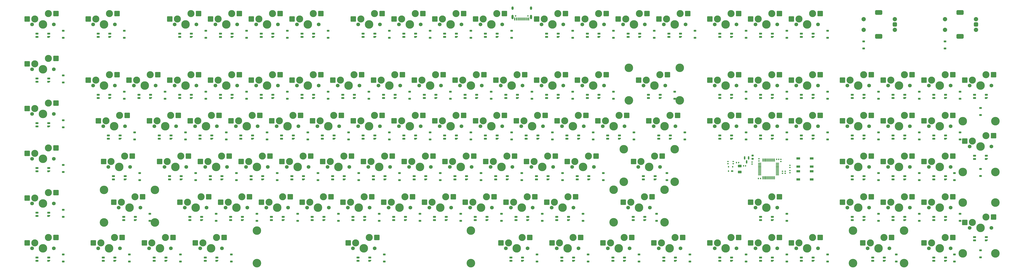
<source format=gbr>
%TF.GenerationSoftware,KiCad,Pcbnew,8.0.2*%
%TF.CreationDate,2024-05-15T22:30:45+02:00*%
%TF.ProjectId,micha_board,6d696368-615f-4626-9f61-72642e6b6963,rev?*%
%TF.SameCoordinates,Original*%
%TF.FileFunction,Soldermask,Bot*%
%TF.FilePolarity,Negative*%
%FSLAX46Y46*%
G04 Gerber Fmt 4.6, Leading zero omitted, Abs format (unit mm)*
G04 Created by KiCad (PCBNEW 8.0.2) date 2024-05-15 22:30:45*
%MOMM*%
%LPD*%
G01*
G04 APERTURE LIST*
G04 Aperture macros list*
%AMRoundRect*
0 Rectangle with rounded corners*
0 $1 Rounding radius*
0 $2 $3 $4 $5 $6 $7 $8 $9 X,Y pos of 4 corners*
0 Add a 4 corners polygon primitive as box body*
4,1,4,$2,$3,$4,$5,$6,$7,$8,$9,$2,$3,0*
0 Add four circle primitives for the rounded corners*
1,1,$1+$1,$2,$3*
1,1,$1+$1,$4,$5*
1,1,$1+$1,$6,$7*
1,1,$1+$1,$8,$9*
0 Add four rect primitives between the rounded corners*
20,1,$1+$1,$2,$3,$4,$5,0*
20,1,$1+$1,$4,$5,$6,$7,0*
20,1,$1+$1,$6,$7,$8,$9,0*
20,1,$1+$1,$8,$9,$2,$3,0*%
%AMFreePoly0*
4,1,18,-0.410000,0.593000,-0.403758,0.624380,-0.385983,0.650983,-0.359380,0.668758,-0.328000,0.675000,0.328000,0.675000,0.359380,0.668758,0.385983,0.650983,0.403758,0.624380,0.410000,0.593000,0.410000,-0.593000,0.403758,-0.624380,0.385983,-0.650983,0.359380,-0.668758,0.328000,-0.675000,0.000000,-0.675000,-0.410000,-0.265000,-0.410000,0.593000,-0.410000,0.593000,$1*%
G04 Aperture macros list end*
%ADD10C,0.650000*%
%ADD11R,0.600000X1.450000*%
%ADD12R,0.300000X1.450000*%
%ADD13O,1.000000X2.100000*%
%ADD14O,1.000000X1.600000*%
%ADD15C,2.000000*%
%ADD16RoundRect,0.500000X0.500000X0.500000X-0.500000X0.500000X-0.500000X-0.500000X0.500000X-0.500000X0*%
%ADD17RoundRect,0.550000X1.150000X0.550000X-1.150000X0.550000X-1.150000X-0.550000X1.150000X-0.550000X0*%
%ADD18RoundRect,0.225000X0.375000X-0.225000X0.375000X0.225000X-0.375000X0.225000X-0.375000X-0.225000X0*%
%ADD19C,4.000000*%
%ADD20C,3.987800*%
%ADD21C,1.750000*%
%ADD22C,3.300000*%
%ADD23RoundRect,0.250000X1.025000X1.000000X-1.025000X1.000000X-1.025000X-1.000000X1.025000X-1.000000X0*%
%ADD24RoundRect,0.082000X0.593000X-0.328000X0.593000X0.328000X-0.593000X0.328000X-0.593000X-0.328000X0*%
%ADD25FreePoly0,90.000000*%
%ADD26RoundRect,0.140000X0.140000X0.170000X-0.140000X0.170000X-0.140000X-0.170000X0.140000X-0.170000X0*%
%ADD27RoundRect,0.075000X0.662500X0.075000X-0.662500X0.075000X-0.662500X-0.075000X0.662500X-0.075000X0*%
%ADD28RoundRect,0.075000X0.075000X0.662500X-0.075000X0.662500X-0.075000X-0.662500X0.075000X-0.662500X0*%
%ADD29RoundRect,0.140000X0.170000X-0.140000X0.170000X0.140000X-0.170000X0.140000X-0.170000X-0.140000X0*%
%ADD30R,1.700000X1.000000*%
%ADD31R,1.000000X0.700000*%
%ADD32R,0.600000X0.700000*%
%ADD33RoundRect,0.140000X-0.140000X-0.170000X0.140000X-0.170000X0.140000X0.170000X-0.140000X0.170000X0*%
%ADD34RoundRect,0.150000X-0.150000X0.587500X-0.150000X-0.587500X0.150000X-0.587500X0.150000X0.587500X0*%
%ADD35RoundRect,0.135000X-0.185000X0.135000X-0.185000X-0.135000X0.185000X-0.135000X0.185000X0.135000X0*%
%ADD36RoundRect,0.140000X-0.170000X0.140000X-0.170000X-0.140000X0.170000X-0.140000X0.170000X0.140000X0*%
%ADD37RoundRect,0.250000X0.625000X-0.375000X0.625000X0.375000X-0.625000X0.375000X-0.625000X-0.375000X0*%
%ADD38RoundRect,0.135000X0.185000X-0.135000X0.185000X0.135000X-0.185000X0.135000X-0.185000X-0.135000X0*%
%ADD39RoundRect,0.225000X0.250000X-0.225000X0.250000X0.225000X-0.250000X0.225000X-0.250000X-0.225000X0*%
G04 APERTURE END LIST*
D10*
%TO.C,J1*%
X259010000Y-34100000D03*
X264790000Y-34100000D03*
D11*
X258650000Y-35545000D03*
X259450000Y-35545000D03*
D12*
X260650000Y-35545000D03*
X261650000Y-35545000D03*
X262150000Y-35545000D03*
X263150000Y-35545000D03*
D11*
X264350000Y-35545000D03*
X265150000Y-35545000D03*
X265150000Y-35545000D03*
X264350000Y-35545000D03*
D12*
X263650000Y-35545000D03*
X262650000Y-35545000D03*
X261150000Y-35545000D03*
X260150000Y-35545000D03*
D11*
X259450000Y-35545000D03*
X258650000Y-35545000D03*
D13*
X257580000Y-34630000D03*
D14*
X257580000Y-30450000D03*
D13*
X266220000Y-34630000D03*
D14*
X266220000Y-30450000D03*
%TD*%
D15*
%TO.C,SW2*%
X474200000Y-40600000D03*
X474200000Y-35600000D03*
D16*
X474200000Y-38100000D03*
D17*
X466700000Y-43700000D03*
X466700000Y-32500000D03*
D15*
X459700000Y-35600000D03*
X459700000Y-40600000D03*
%TD*%
%TO.C,SW1*%
X436200000Y-40600000D03*
X436200000Y-35600000D03*
D16*
X436200000Y-38100000D03*
D17*
X428700000Y-43700000D03*
X428700000Y-32500000D03*
D15*
X421700000Y-35600000D03*
X421700000Y-40600000D03*
%TD*%
D18*
%TO.C,D112*%
X459700000Y-49350000D03*
X459700000Y-46050000D03*
%TD*%
%TO.C,D111*%
X421700000Y-49350000D03*
X421700000Y-46050000D03*
%TD*%
D19*
%TO.C,S8*%
X335756250Y-73660000D03*
D20*
X335756250Y-58420000D03*
D19*
X311943750Y-73660000D03*
D20*
X311943750Y-58420000D03*
%TD*%
D19*
%TO.C,S4*%
X328612500Y-130730625D03*
D20*
X328612500Y-115490625D03*
D19*
X304800000Y-130730625D03*
D20*
X304800000Y-115490625D03*
%TD*%
D19*
%TO.C,S7*%
X483235000Y-83343750D03*
D20*
X467995000Y-83343750D03*
D19*
X483235000Y-107156250D03*
D20*
X467995000Y-107156250D03*
%TD*%
D19*
%TO.C,S6*%
X483235000Y-121443750D03*
D20*
X467995000Y-121443750D03*
D19*
X483235000Y-145256250D03*
D20*
X467995000Y-145256250D03*
%TD*%
D19*
%TO.C,S5*%
X440531250Y-149860000D03*
D20*
X440531250Y-134620000D03*
D19*
X416718750Y-149860000D03*
D20*
X416718750Y-134620000D03*
%TD*%
D19*
%TO.C,S3*%
X333375000Y-111760000D03*
D20*
X333375000Y-96520000D03*
D19*
X309562500Y-111760000D03*
D20*
X309562500Y-96520000D03*
%TD*%
D19*
%TO.C,S2*%
X90487500Y-130810000D03*
D20*
X90487500Y-115570000D03*
D19*
X66675000Y-130810000D03*
D20*
X66675000Y-115570000D03*
%TD*%
D19*
%TO.C,S1*%
X238125000Y-149860000D03*
D20*
X238125000Y-134620000D03*
D19*
X138112500Y-149860000D03*
D20*
X138112500Y-134620000D03*
%TD*%
D21*
%TO.C,MX110*%
X462280000Y-142875000D03*
D20*
X457200000Y-142875000D03*
D21*
X452120000Y-142875000D03*
D22*
X453390000Y-140335000D03*
D23*
X449840000Y-140335000D03*
X463290000Y-137795000D03*
D22*
X459740000Y-137795000D03*
%TD*%
D21*
%TO.C,MX109*%
X433705000Y-142875000D03*
D20*
X428625000Y-142875000D03*
D21*
X423545000Y-142875000D03*
D22*
X424815000Y-140335000D03*
D23*
X421265000Y-140335000D03*
X434715000Y-137795000D03*
D22*
X431165000Y-137795000D03*
%TD*%
D21*
%TO.C,MX108*%
X400367500Y-142875000D03*
D20*
X395287500Y-142875000D03*
D21*
X390207500Y-142875000D03*
D22*
X391477500Y-140335000D03*
D23*
X387927500Y-140335000D03*
X401377500Y-137795000D03*
D22*
X397827500Y-137795000D03*
%TD*%
D21*
%TO.C,MX107*%
X381317500Y-142875000D03*
D20*
X376237500Y-142875000D03*
D21*
X371157500Y-142875000D03*
D22*
X372427500Y-140335000D03*
D23*
X368877500Y-140335000D03*
X382327500Y-137795000D03*
D22*
X378777500Y-137795000D03*
%TD*%
D21*
%TO.C,MX106*%
X362267500Y-142875000D03*
D20*
X357187500Y-142875000D03*
D21*
X352107500Y-142875000D03*
D22*
X353377500Y-140335000D03*
D23*
X349827500Y-140335000D03*
X363277500Y-137795000D03*
D22*
X359727500Y-137795000D03*
%TD*%
D21*
%TO.C,MX105*%
X336073750Y-142875000D03*
D20*
X330993750Y-142875000D03*
D21*
X325913750Y-142875000D03*
D22*
X327183750Y-140335000D03*
D23*
X323633750Y-140335000D03*
X337083750Y-137795000D03*
D22*
X333533750Y-137795000D03*
%TD*%
D21*
%TO.C,MX104*%
X312261250Y-142875000D03*
D20*
X307181250Y-142875000D03*
D21*
X302101250Y-142875000D03*
D22*
X303371250Y-140335000D03*
D23*
X299821250Y-140335000D03*
X313271250Y-137795000D03*
D22*
X309721250Y-137795000D03*
%TD*%
D21*
%TO.C,MX103*%
X288448750Y-142875000D03*
D20*
X283368750Y-142875000D03*
D21*
X278288750Y-142875000D03*
D22*
X279558750Y-140335000D03*
D23*
X276008750Y-140335000D03*
X289458750Y-137795000D03*
D22*
X285908750Y-137795000D03*
%TD*%
D21*
%TO.C,MX102*%
X264636250Y-142875000D03*
D20*
X259556250Y-142875000D03*
D21*
X254476250Y-142875000D03*
D22*
X255746250Y-140335000D03*
D23*
X252196250Y-140335000D03*
X265646250Y-137795000D03*
D22*
X262096250Y-137795000D03*
%TD*%
D21*
%TO.C,MX101*%
X193198750Y-142875000D03*
D20*
X188118750Y-142875000D03*
D21*
X183038750Y-142875000D03*
D22*
X184308750Y-140335000D03*
D23*
X180758750Y-140335000D03*
X194208750Y-137795000D03*
D22*
X190658750Y-137795000D03*
%TD*%
D21*
%TO.C,MX100*%
X121761250Y-142875000D03*
D20*
X116681250Y-142875000D03*
D21*
X111601250Y-142875000D03*
D22*
X112871250Y-140335000D03*
D23*
X109321250Y-140335000D03*
X122771250Y-137795000D03*
D22*
X119221250Y-137795000D03*
%TD*%
D21*
%TO.C,MX99*%
X97948750Y-142875000D03*
D20*
X92868750Y-142875000D03*
D21*
X87788750Y-142875000D03*
D22*
X89058750Y-140335000D03*
D23*
X85508750Y-140335000D03*
X98958750Y-137795000D03*
D22*
X95408750Y-137795000D03*
%TD*%
D21*
%TO.C,MX98*%
X74136250Y-142875000D03*
D20*
X69056250Y-142875000D03*
D21*
X63976250Y-142875000D03*
D22*
X65246250Y-140335000D03*
D23*
X61696250Y-140335000D03*
X75146250Y-137795000D03*
D22*
X71596250Y-137795000D03*
%TD*%
D21*
%TO.C,MX97*%
X43180000Y-142875000D03*
D20*
X38100000Y-142875000D03*
D21*
X33020000Y-142875000D03*
D22*
X34290000Y-140335000D03*
D23*
X30740000Y-140335000D03*
X44190000Y-137795000D03*
D22*
X40640000Y-137795000D03*
%TD*%
D21*
%TO.C,MX96*%
X481330000Y-133350000D03*
D20*
X476250000Y-133350000D03*
D21*
X471170000Y-133350000D03*
D22*
X472440000Y-130810000D03*
D23*
X468890000Y-130810000D03*
X482340000Y-128270000D03*
D22*
X478790000Y-128270000D03*
%TD*%
D21*
%TO.C,MX95*%
X462280000Y-123825000D03*
D20*
X457200000Y-123825000D03*
D21*
X452120000Y-123825000D03*
D22*
X453390000Y-121285000D03*
D23*
X449840000Y-121285000D03*
X463290000Y-118745000D03*
D22*
X459740000Y-118745000D03*
%TD*%
D21*
%TO.C,MX94*%
X443230000Y-123825000D03*
D20*
X438150000Y-123825000D03*
D21*
X433070000Y-123825000D03*
D22*
X434340000Y-121285000D03*
D23*
X430790000Y-121285000D03*
X444240000Y-118745000D03*
D22*
X440690000Y-118745000D03*
%TD*%
D21*
%TO.C,MX93*%
X424180000Y-123825000D03*
D20*
X419100000Y-123825000D03*
D21*
X414020000Y-123825000D03*
D22*
X415290000Y-121285000D03*
D23*
X411740000Y-121285000D03*
X425190000Y-118745000D03*
D22*
X421640000Y-118745000D03*
%TD*%
D21*
%TO.C,MX92*%
X381317500Y-123825000D03*
D20*
X376237500Y-123825000D03*
D21*
X371157500Y-123825000D03*
D22*
X372427500Y-121285000D03*
D23*
X368877500Y-121285000D03*
X382327500Y-118745000D03*
D22*
X378777500Y-118745000D03*
%TD*%
D21*
%TO.C,MX91*%
X321786250Y-123825000D03*
D20*
X316706250Y-123825000D03*
D21*
X311626250Y-123825000D03*
D22*
X312896250Y-121285000D03*
D23*
X309346250Y-121285000D03*
X322796250Y-118745000D03*
D22*
X319246250Y-118745000D03*
%TD*%
D21*
%TO.C,MX90*%
X286067500Y-123825000D03*
D20*
X280987500Y-123825000D03*
D21*
X275907500Y-123825000D03*
D22*
X277177500Y-121285000D03*
D23*
X273627500Y-121285000D03*
X287077500Y-118745000D03*
D22*
X283527500Y-118745000D03*
%TD*%
D21*
%TO.C,MX89*%
X267017500Y-123825000D03*
D20*
X261937500Y-123825000D03*
D21*
X256857500Y-123825000D03*
D22*
X258127500Y-121285000D03*
D23*
X254577500Y-121285000D03*
X268027500Y-118745000D03*
D22*
X264477500Y-118745000D03*
%TD*%
D21*
%TO.C,MX88*%
X247967500Y-123825000D03*
D20*
X242887500Y-123825000D03*
D21*
X237807500Y-123825000D03*
D22*
X239077500Y-121285000D03*
D23*
X235527500Y-121285000D03*
X248977500Y-118745000D03*
D22*
X245427500Y-118745000D03*
%TD*%
D21*
%TO.C,MX87*%
X228917500Y-123825000D03*
D20*
X223837500Y-123825000D03*
D21*
X218757500Y-123825000D03*
D22*
X220027500Y-121285000D03*
D23*
X216477500Y-121285000D03*
X229927500Y-118745000D03*
D22*
X226377500Y-118745000D03*
%TD*%
D21*
%TO.C,MX86*%
X209867500Y-123825000D03*
D20*
X204787500Y-123825000D03*
D21*
X199707500Y-123825000D03*
D22*
X200977500Y-121285000D03*
D23*
X197427500Y-121285000D03*
X210877500Y-118745000D03*
D22*
X207327500Y-118745000D03*
%TD*%
D21*
%TO.C,MX85*%
X190817500Y-123825000D03*
D20*
X185737500Y-123825000D03*
D21*
X180657500Y-123825000D03*
D22*
X181927500Y-121285000D03*
D23*
X178377500Y-121285000D03*
X191827500Y-118745000D03*
D22*
X188277500Y-118745000D03*
%TD*%
D21*
%TO.C,MX84*%
X171767500Y-123825000D03*
D20*
X166687500Y-123825000D03*
D21*
X161607500Y-123825000D03*
D22*
X162877500Y-121285000D03*
D23*
X159327500Y-121285000D03*
X172777500Y-118745000D03*
D22*
X169227500Y-118745000D03*
%TD*%
D21*
%TO.C,MX83*%
X152717500Y-123825000D03*
D20*
X147637500Y-123825000D03*
D21*
X142557500Y-123825000D03*
D22*
X143827500Y-121285000D03*
D23*
X140277500Y-121285000D03*
X153727500Y-118745000D03*
D22*
X150177500Y-118745000D03*
%TD*%
D21*
%TO.C,MX82*%
X133667500Y-123825000D03*
D20*
X128587500Y-123825000D03*
D21*
X123507500Y-123825000D03*
D22*
X124777500Y-121285000D03*
D23*
X121227500Y-121285000D03*
X134677500Y-118745000D03*
D22*
X131127500Y-118745000D03*
%TD*%
D21*
%TO.C,MX81*%
X114617500Y-123825000D03*
D20*
X109537500Y-123825000D03*
D21*
X104457500Y-123825000D03*
D22*
X105727500Y-121285000D03*
D23*
X102177500Y-121285000D03*
X115627500Y-118745000D03*
D22*
X112077500Y-118745000D03*
%TD*%
D21*
%TO.C,MX80*%
X83661250Y-123825000D03*
D20*
X78581250Y-123825000D03*
D21*
X73501250Y-123825000D03*
D22*
X74771250Y-121285000D03*
D23*
X71221250Y-121285000D03*
X84671250Y-118745000D03*
D22*
X81121250Y-118745000D03*
%TD*%
D21*
%TO.C,MX79*%
X43180000Y-121920000D03*
D20*
X38100000Y-121920000D03*
D21*
X33020000Y-121920000D03*
D22*
X34290000Y-119380000D03*
D23*
X30740000Y-119380000D03*
X44190000Y-116840000D03*
D22*
X40640000Y-116840000D03*
%TD*%
D21*
%TO.C,MX78*%
X462280000Y-104775000D03*
D20*
X457200000Y-104775000D03*
D21*
X452120000Y-104775000D03*
D22*
X453390000Y-102235000D03*
D23*
X449840000Y-102235000D03*
X463290000Y-99695000D03*
D22*
X459740000Y-99695000D03*
%TD*%
D21*
%TO.C,MX77*%
X443230000Y-104775000D03*
D20*
X438150000Y-104775000D03*
D21*
X433070000Y-104775000D03*
D22*
X434340000Y-102235000D03*
D23*
X430790000Y-102235000D03*
X444240000Y-99695000D03*
D22*
X440690000Y-99695000D03*
%TD*%
D21*
%TO.C,MX76*%
X424180000Y-104775000D03*
D20*
X419100000Y-104775000D03*
D21*
X414020000Y-104775000D03*
D22*
X415290000Y-102235000D03*
D23*
X411740000Y-102235000D03*
X425190000Y-99695000D03*
D22*
X421640000Y-99695000D03*
%TD*%
D21*
%TO.C,MX75*%
X326548750Y-104775000D03*
D20*
X321468750Y-104775000D03*
D21*
X316388750Y-104775000D03*
D22*
X317658750Y-102235000D03*
D23*
X314108750Y-102235000D03*
X327558750Y-99695000D03*
D22*
X324008750Y-99695000D03*
%TD*%
D21*
%TO.C,MX74*%
X295592500Y-104775000D03*
D20*
X290512500Y-104775000D03*
D21*
X285432500Y-104775000D03*
D22*
X286702500Y-102235000D03*
D23*
X283152500Y-102235000D03*
X296602500Y-99695000D03*
D22*
X293052500Y-99695000D03*
%TD*%
D21*
%TO.C,MX73*%
X276542500Y-104775000D03*
D20*
X271462500Y-104775000D03*
D21*
X266382500Y-104775000D03*
D22*
X267652500Y-102235000D03*
D23*
X264102500Y-102235000D03*
X277552500Y-99695000D03*
D22*
X274002500Y-99695000D03*
%TD*%
D21*
%TO.C,MX72*%
X257492500Y-104775000D03*
D20*
X252412500Y-104775000D03*
D21*
X247332500Y-104775000D03*
D22*
X248602500Y-102235000D03*
D23*
X245052500Y-102235000D03*
X258502500Y-99695000D03*
D22*
X254952500Y-99695000D03*
%TD*%
D21*
%TO.C,MX71*%
X238442500Y-104775000D03*
D20*
X233362500Y-104775000D03*
D21*
X228282500Y-104775000D03*
D22*
X229552500Y-102235000D03*
D23*
X226002500Y-102235000D03*
X239452500Y-99695000D03*
D22*
X235902500Y-99695000D03*
%TD*%
D21*
%TO.C,MX70*%
X219392500Y-104775000D03*
D20*
X214312500Y-104775000D03*
D21*
X209232500Y-104775000D03*
D22*
X210502500Y-102235000D03*
D23*
X206952500Y-102235000D03*
X220402500Y-99695000D03*
D22*
X216852500Y-99695000D03*
%TD*%
D21*
%TO.C,MX69*%
X200342500Y-104775000D03*
D20*
X195262500Y-104775000D03*
D21*
X190182500Y-104775000D03*
D22*
X191452500Y-102235000D03*
D23*
X187902500Y-102235000D03*
X201352500Y-99695000D03*
D22*
X197802500Y-99695000D03*
%TD*%
D21*
%TO.C,MX68*%
X181292500Y-104775000D03*
D20*
X176212500Y-104775000D03*
D21*
X171132500Y-104775000D03*
D22*
X172402500Y-102235000D03*
D23*
X168852500Y-102235000D03*
X182302500Y-99695000D03*
D22*
X178752500Y-99695000D03*
%TD*%
D21*
%TO.C,MX67*%
X162242500Y-104775000D03*
D20*
X157162500Y-104775000D03*
D21*
X152082500Y-104775000D03*
D22*
X153352500Y-102235000D03*
D23*
X149802500Y-102235000D03*
X163252500Y-99695000D03*
D22*
X159702500Y-99695000D03*
%TD*%
D21*
%TO.C,MX66*%
X143192500Y-104775000D03*
D20*
X138112500Y-104775000D03*
D21*
X133032500Y-104775000D03*
D22*
X134302500Y-102235000D03*
D23*
X130752500Y-102235000D03*
X144202500Y-99695000D03*
D22*
X140652500Y-99695000D03*
%TD*%
D21*
%TO.C,MX65*%
X124142500Y-104775000D03*
D20*
X119062500Y-104775000D03*
D21*
X113982500Y-104775000D03*
D22*
X115252500Y-102235000D03*
D23*
X111702500Y-102235000D03*
X125152500Y-99695000D03*
D22*
X121602500Y-99695000D03*
%TD*%
D21*
%TO.C,MX64*%
X105092500Y-104775000D03*
D20*
X100012500Y-104775000D03*
D21*
X94932500Y-104775000D03*
D22*
X96202500Y-102235000D03*
D23*
X92652500Y-102235000D03*
X106102500Y-99695000D03*
D22*
X102552500Y-99695000D03*
%TD*%
D21*
%TO.C,MX63*%
X78898750Y-104775000D03*
D20*
X73818750Y-104775000D03*
D21*
X68738750Y-104775000D03*
D22*
X70008750Y-102235000D03*
D23*
X66458750Y-102235000D03*
X79908750Y-99695000D03*
D22*
X76358750Y-99695000D03*
%TD*%
D21*
%TO.C,MX62*%
X43180000Y-100965000D03*
D20*
X38100000Y-100965000D03*
D21*
X33020000Y-100965000D03*
D22*
X34290000Y-98425000D03*
D23*
X30740000Y-98425000D03*
X44190000Y-95885000D03*
D22*
X40640000Y-95885000D03*
%TD*%
D21*
%TO.C,MX61*%
X481330000Y-95250000D03*
D20*
X476250000Y-95250000D03*
D21*
X471170000Y-95250000D03*
D22*
X472440000Y-92710000D03*
D23*
X468890000Y-92710000D03*
X482340000Y-90170000D03*
D22*
X478790000Y-90170000D03*
%TD*%
D21*
%TO.C,MX60*%
X462280000Y-85725000D03*
D20*
X457200000Y-85725000D03*
D21*
X452120000Y-85725000D03*
D22*
X453390000Y-83185000D03*
D23*
X449840000Y-83185000D03*
X463290000Y-80645000D03*
D22*
X459740000Y-80645000D03*
%TD*%
D21*
%TO.C,MX59*%
X443230000Y-85725000D03*
D20*
X438150000Y-85725000D03*
D21*
X433070000Y-85725000D03*
D22*
X434340000Y-83185000D03*
D23*
X430790000Y-83185000D03*
X444240000Y-80645000D03*
D22*
X440690000Y-80645000D03*
%TD*%
D21*
%TO.C,MX58*%
X424180000Y-85725000D03*
D20*
X419100000Y-85725000D03*
D21*
X414020000Y-85725000D03*
D22*
X415290000Y-83185000D03*
D23*
X411740000Y-83185000D03*
X425190000Y-80645000D03*
D22*
X421640000Y-80645000D03*
%TD*%
D21*
%TO.C,MX57*%
X400367500Y-85725000D03*
D20*
X395287500Y-85725000D03*
D21*
X390207500Y-85725000D03*
D22*
X391477500Y-83185000D03*
D23*
X387927500Y-83185000D03*
X401377500Y-80645000D03*
D22*
X397827500Y-80645000D03*
%TD*%
D21*
%TO.C,MX56*%
X381317500Y-85725000D03*
D20*
X376237500Y-85725000D03*
D21*
X371157500Y-85725000D03*
D22*
X372427500Y-83185000D03*
D23*
X368877500Y-83185000D03*
X382327500Y-80645000D03*
D22*
X378777500Y-80645000D03*
%TD*%
D21*
%TO.C,MX55*%
X362267500Y-85725000D03*
D20*
X357187500Y-85725000D03*
D21*
X352107500Y-85725000D03*
D22*
X353377500Y-83185000D03*
D23*
X349827500Y-83185000D03*
X363277500Y-80645000D03*
D22*
X359727500Y-80645000D03*
%TD*%
D21*
%TO.C,MX53*%
X309880000Y-85725000D03*
D20*
X304800000Y-85725000D03*
D21*
X299720000Y-85725000D03*
D22*
X300990000Y-83185000D03*
D23*
X297440000Y-83185000D03*
X310890000Y-80645000D03*
D22*
X307340000Y-80645000D03*
%TD*%
D21*
%TO.C,MX52*%
X290830000Y-85725000D03*
D20*
X285750000Y-85725000D03*
D21*
X280670000Y-85725000D03*
D22*
X281940000Y-83185000D03*
D23*
X278390000Y-83185000D03*
X291840000Y-80645000D03*
D22*
X288290000Y-80645000D03*
%TD*%
D21*
%TO.C,MX51*%
X271780000Y-85725000D03*
D20*
X266700000Y-85725000D03*
D21*
X261620000Y-85725000D03*
D22*
X262890000Y-83185000D03*
D23*
X259340000Y-83185000D03*
X272790000Y-80645000D03*
D22*
X269240000Y-80645000D03*
%TD*%
D21*
%TO.C,MX50*%
X252730000Y-85725000D03*
D20*
X247650000Y-85725000D03*
D21*
X242570000Y-85725000D03*
D22*
X243840000Y-83185000D03*
D23*
X240290000Y-83185000D03*
X253740000Y-80645000D03*
D22*
X250190000Y-80645000D03*
%TD*%
D21*
%TO.C,MX49*%
X233680000Y-85725000D03*
D20*
X228600000Y-85725000D03*
D21*
X223520000Y-85725000D03*
D22*
X224790000Y-83185000D03*
D23*
X221240000Y-83185000D03*
X234690000Y-80645000D03*
D22*
X231140000Y-80645000D03*
%TD*%
D21*
%TO.C,MX48*%
X214630000Y-85725000D03*
D20*
X209550000Y-85725000D03*
D21*
X204470000Y-85725000D03*
D22*
X205740000Y-83185000D03*
D23*
X202190000Y-83185000D03*
X215640000Y-80645000D03*
D22*
X212090000Y-80645000D03*
%TD*%
D21*
%TO.C,MX47*%
X195580000Y-85725000D03*
D20*
X190500000Y-85725000D03*
D21*
X185420000Y-85725000D03*
D22*
X186690000Y-83185000D03*
D23*
X183140000Y-83185000D03*
X196590000Y-80645000D03*
D22*
X193040000Y-80645000D03*
%TD*%
D21*
%TO.C,MX46*%
X176530000Y-85725000D03*
D20*
X171450000Y-85725000D03*
D21*
X166370000Y-85725000D03*
D22*
X167640000Y-83185000D03*
D23*
X164090000Y-83185000D03*
X177540000Y-80645000D03*
D22*
X173990000Y-80645000D03*
%TD*%
D21*
%TO.C,MX45*%
X157480000Y-85725000D03*
D20*
X152400000Y-85725000D03*
D21*
X147320000Y-85725000D03*
D22*
X148590000Y-83185000D03*
D23*
X145040000Y-83185000D03*
X158490000Y-80645000D03*
D22*
X154940000Y-80645000D03*
%TD*%
D21*
%TO.C,MX44*%
X138430000Y-85725000D03*
D20*
X133350000Y-85725000D03*
D21*
X128270000Y-85725000D03*
D22*
X129540000Y-83185000D03*
D23*
X125990000Y-83185000D03*
X139440000Y-80645000D03*
D22*
X135890000Y-80645000D03*
%TD*%
D21*
%TO.C,MX43*%
X119380000Y-85725000D03*
D20*
X114300000Y-85725000D03*
D21*
X109220000Y-85725000D03*
D22*
X110490000Y-83185000D03*
D23*
X106940000Y-83185000D03*
X120390000Y-80645000D03*
D22*
X116840000Y-80645000D03*
%TD*%
D21*
%TO.C,MX42*%
X100330000Y-85725000D03*
D20*
X95250000Y-85725000D03*
D21*
X90170000Y-85725000D03*
D22*
X91440000Y-83185000D03*
D23*
X87890000Y-83185000D03*
X101340000Y-80645000D03*
D22*
X97790000Y-80645000D03*
%TD*%
D21*
%TO.C,MX41*%
X76517500Y-85725000D03*
D20*
X71437500Y-85725000D03*
D21*
X66357500Y-85725000D03*
D22*
X67627500Y-83185000D03*
D23*
X64077500Y-83185000D03*
X77527500Y-80645000D03*
D22*
X73977500Y-80645000D03*
%TD*%
D21*
%TO.C,MX40*%
X43180000Y-80010000D03*
D20*
X38100000Y-80010000D03*
D21*
X33020000Y-80010000D03*
D22*
X34290000Y-77470000D03*
D23*
X30740000Y-77470000D03*
X44190000Y-74930000D03*
D22*
X40640000Y-74930000D03*
%TD*%
D21*
%TO.C,MX39*%
X481330000Y-66675000D03*
D20*
X476250000Y-66675000D03*
D21*
X471170000Y-66675000D03*
D22*
X472440000Y-64135000D03*
D23*
X468890000Y-64135000D03*
X482340000Y-61595000D03*
D22*
X478790000Y-61595000D03*
%TD*%
D21*
%TO.C,MX38*%
X462280000Y-66675000D03*
D20*
X457200000Y-66675000D03*
D21*
X452120000Y-66675000D03*
D22*
X453390000Y-64135000D03*
D23*
X449840000Y-64135000D03*
X463290000Y-61595000D03*
D22*
X459740000Y-61595000D03*
%TD*%
D21*
%TO.C,MX37*%
X443230000Y-66675000D03*
D20*
X438150000Y-66675000D03*
D21*
X433070000Y-66675000D03*
D22*
X434340000Y-64135000D03*
D23*
X430790000Y-64135000D03*
X444240000Y-61595000D03*
D22*
X440690000Y-61595000D03*
%TD*%
D21*
%TO.C,MX36*%
X424180000Y-66675000D03*
D20*
X419100000Y-66675000D03*
D21*
X414020000Y-66675000D03*
D22*
X415290000Y-64135000D03*
D23*
X411740000Y-64135000D03*
X425190000Y-61595000D03*
D22*
X421640000Y-61595000D03*
%TD*%
D21*
%TO.C,MX35*%
X400367500Y-66675000D03*
D20*
X395287500Y-66675000D03*
D21*
X390207500Y-66675000D03*
D22*
X391477500Y-64135000D03*
D23*
X387927500Y-64135000D03*
X401377500Y-61595000D03*
D22*
X397827500Y-61595000D03*
%TD*%
D21*
%TO.C,MX34*%
X381317500Y-66675000D03*
D20*
X376237500Y-66675000D03*
D21*
X371157500Y-66675000D03*
D22*
X372427500Y-64135000D03*
D23*
X368877500Y-64135000D03*
X382327500Y-61595000D03*
D22*
X378777500Y-61595000D03*
%TD*%
D21*
%TO.C,MX33*%
X362267500Y-66675000D03*
D20*
X357187500Y-66675000D03*
D21*
X352107500Y-66675000D03*
D22*
X353377500Y-64135000D03*
D23*
X349827500Y-64135000D03*
X363277500Y-61595000D03*
D22*
X359727500Y-61595000D03*
%TD*%
D21*
%TO.C,MX32*%
X328930000Y-66675000D03*
D20*
X323850000Y-66675000D03*
D21*
X318770000Y-66675000D03*
D22*
X320040000Y-64135000D03*
D23*
X316490000Y-64135000D03*
X329940000Y-61595000D03*
D22*
X326390000Y-61595000D03*
%TD*%
D21*
%TO.C,MX31*%
X300355000Y-66675000D03*
D20*
X295275000Y-66675000D03*
D21*
X290195000Y-66675000D03*
D22*
X291465000Y-64135000D03*
D23*
X287915000Y-64135000D03*
X301365000Y-61595000D03*
D22*
X297815000Y-61595000D03*
%TD*%
D21*
%TO.C,MX30*%
X281305000Y-66675000D03*
D20*
X276225000Y-66675000D03*
D21*
X271145000Y-66675000D03*
D22*
X272415000Y-64135000D03*
D23*
X268865000Y-64135000D03*
X282315000Y-61595000D03*
D22*
X278765000Y-61595000D03*
%TD*%
D21*
%TO.C,MX29*%
X262255000Y-66675000D03*
D20*
X257175000Y-66675000D03*
D21*
X252095000Y-66675000D03*
D22*
X253365000Y-64135000D03*
D23*
X249815000Y-64135000D03*
X263265000Y-61595000D03*
D22*
X259715000Y-61595000D03*
%TD*%
D21*
%TO.C,MX28*%
X243205000Y-66675000D03*
D20*
X238125000Y-66675000D03*
D21*
X233045000Y-66675000D03*
D22*
X234315000Y-64135000D03*
D23*
X230765000Y-64135000D03*
X244215000Y-61595000D03*
D22*
X240665000Y-61595000D03*
%TD*%
D21*
%TO.C,MX27*%
X224155000Y-66675000D03*
D20*
X219075000Y-66675000D03*
D21*
X213995000Y-66675000D03*
D22*
X215265000Y-64135000D03*
D23*
X211715000Y-64135000D03*
X225165000Y-61595000D03*
D22*
X221615000Y-61595000D03*
%TD*%
D21*
%TO.C,MX26*%
X205105000Y-66675000D03*
D20*
X200025000Y-66675000D03*
D21*
X194945000Y-66675000D03*
D22*
X196215000Y-64135000D03*
D23*
X192665000Y-64135000D03*
X206115000Y-61595000D03*
D22*
X202565000Y-61595000D03*
%TD*%
D21*
%TO.C,MX25*%
X186055000Y-66675000D03*
D20*
X180975000Y-66675000D03*
D21*
X175895000Y-66675000D03*
D22*
X177165000Y-64135000D03*
D23*
X173615000Y-64135000D03*
X187065000Y-61595000D03*
D22*
X183515000Y-61595000D03*
%TD*%
D21*
%TO.C,MX24*%
X167005000Y-66675000D03*
D20*
X161925000Y-66675000D03*
D21*
X156845000Y-66675000D03*
D22*
X158115000Y-64135000D03*
D23*
X154565000Y-64135000D03*
X168015000Y-61595000D03*
D22*
X164465000Y-61595000D03*
%TD*%
D21*
%TO.C,MX23*%
X147955000Y-66675000D03*
D20*
X142875000Y-66675000D03*
D21*
X137795000Y-66675000D03*
D22*
X139065000Y-64135000D03*
D23*
X135515000Y-64135000D03*
X148965000Y-61595000D03*
D22*
X145415000Y-61595000D03*
%TD*%
D21*
%TO.C,MX22*%
X128905000Y-66675000D03*
D20*
X123825000Y-66675000D03*
D21*
X118745000Y-66675000D03*
D22*
X120015000Y-64135000D03*
D23*
X116465000Y-64135000D03*
X129915000Y-61595000D03*
D22*
X126365000Y-61595000D03*
%TD*%
D21*
%TO.C,MX21*%
X109855000Y-66675000D03*
D20*
X104775000Y-66675000D03*
D21*
X99695000Y-66675000D03*
D22*
X100965000Y-64135000D03*
D23*
X97415000Y-64135000D03*
X110865000Y-61595000D03*
D22*
X107315000Y-61595000D03*
%TD*%
D21*
%TO.C,MX20*%
X90805000Y-66675000D03*
D20*
X85725000Y-66675000D03*
D21*
X80645000Y-66675000D03*
D22*
X81915000Y-64135000D03*
D23*
X78365000Y-64135000D03*
X91815000Y-61595000D03*
D22*
X88265000Y-61595000D03*
%TD*%
D21*
%TO.C,MX19*%
X71755000Y-66675000D03*
D20*
X66675000Y-66675000D03*
D21*
X61595000Y-66675000D03*
D22*
X62865000Y-64135000D03*
D23*
X59315000Y-64135000D03*
X72765000Y-61595000D03*
D22*
X69215000Y-61595000D03*
%TD*%
D21*
%TO.C,MX18*%
X43180000Y-59055000D03*
D20*
X38100000Y-59055000D03*
D21*
X33020000Y-59055000D03*
D22*
X34290000Y-56515000D03*
D23*
X30740000Y-56515000D03*
X44190000Y-53975000D03*
D22*
X40640000Y-53975000D03*
%TD*%
D21*
%TO.C,MX17*%
X400367500Y-38100000D03*
D20*
X395287500Y-38100000D03*
D21*
X390207500Y-38100000D03*
D22*
X391477500Y-35560000D03*
D23*
X387927500Y-35560000D03*
X401377500Y-33020000D03*
D22*
X397827500Y-33020000D03*
%TD*%
D21*
%TO.C,MX16*%
X381317500Y-38100000D03*
D20*
X376237500Y-38100000D03*
D21*
X371157500Y-38100000D03*
D22*
X372427500Y-35560000D03*
D23*
X368877500Y-35560000D03*
X382327500Y-33020000D03*
D22*
X378777500Y-33020000D03*
%TD*%
D21*
%TO.C,MX15*%
X362267500Y-38100000D03*
D20*
X357187500Y-38100000D03*
D21*
X352107500Y-38100000D03*
D22*
X353377500Y-35560000D03*
D23*
X349827500Y-35560000D03*
X363277500Y-33020000D03*
D22*
X359727500Y-33020000D03*
%TD*%
D21*
%TO.C,MX14*%
X338455000Y-38100000D03*
D20*
X333375000Y-38100000D03*
D21*
X328295000Y-38100000D03*
D22*
X329565000Y-35560000D03*
D23*
X326015000Y-35560000D03*
X339465000Y-33020000D03*
D22*
X335915000Y-33020000D03*
%TD*%
D21*
%TO.C,MX13*%
X319405000Y-38100000D03*
D20*
X314325000Y-38100000D03*
D21*
X309245000Y-38100000D03*
D22*
X310515000Y-35560000D03*
D23*
X306965000Y-35560000D03*
X320415000Y-33020000D03*
D22*
X316865000Y-33020000D03*
%TD*%
D21*
%TO.C,MX12*%
X300355000Y-38100000D03*
D20*
X295275000Y-38100000D03*
D21*
X290195000Y-38100000D03*
D22*
X291465000Y-35560000D03*
D23*
X287915000Y-35560000D03*
X301365000Y-33020000D03*
D22*
X297815000Y-33020000D03*
%TD*%
D21*
%TO.C,MX11*%
X281305000Y-38100000D03*
D20*
X276225000Y-38100000D03*
D21*
X271145000Y-38100000D03*
D22*
X272415000Y-35560000D03*
D23*
X268865000Y-35560000D03*
X282315000Y-33020000D03*
D22*
X278765000Y-33020000D03*
%TD*%
D21*
%TO.C,MX10*%
X252730000Y-38100000D03*
D20*
X247650000Y-38100000D03*
D21*
X242570000Y-38100000D03*
D22*
X243840000Y-35560000D03*
D23*
X240290000Y-35560000D03*
X253740000Y-33020000D03*
D22*
X250190000Y-33020000D03*
%TD*%
D21*
%TO.C,MX9*%
X233680000Y-38100000D03*
D20*
X228600000Y-38100000D03*
D21*
X223520000Y-38100000D03*
D22*
X224790000Y-35560000D03*
D23*
X221240000Y-35560000D03*
X234690000Y-33020000D03*
D22*
X231140000Y-33020000D03*
%TD*%
D21*
%TO.C,MX8*%
X214630000Y-38100000D03*
D20*
X209550000Y-38100000D03*
D21*
X204470000Y-38100000D03*
D22*
X205740000Y-35560000D03*
D23*
X202190000Y-35560000D03*
X215640000Y-33020000D03*
D22*
X212090000Y-33020000D03*
%TD*%
D21*
%TO.C,MX7*%
X195580000Y-38100000D03*
D20*
X190500000Y-38100000D03*
D21*
X185420000Y-38100000D03*
D22*
X186690000Y-35560000D03*
D23*
X183140000Y-35560000D03*
X196590000Y-33020000D03*
D22*
X193040000Y-33020000D03*
%TD*%
D21*
%TO.C,MX6*%
X167005000Y-38100000D03*
D20*
X161925000Y-38100000D03*
D21*
X156845000Y-38100000D03*
D22*
X158115000Y-35560000D03*
D23*
X154565000Y-35560000D03*
X168015000Y-33020000D03*
D22*
X164465000Y-33020000D03*
%TD*%
D21*
%TO.C,MX5*%
X147955000Y-38100000D03*
D20*
X142875000Y-38100000D03*
D21*
X137795000Y-38100000D03*
D22*
X139065000Y-35560000D03*
D23*
X135515000Y-35560000D03*
X148965000Y-33020000D03*
D22*
X145415000Y-33020000D03*
%TD*%
D21*
%TO.C,MX4*%
X128905000Y-38100000D03*
D20*
X123825000Y-38100000D03*
D21*
X118745000Y-38100000D03*
D22*
X120015000Y-35560000D03*
D23*
X116465000Y-35560000D03*
X129915000Y-33020000D03*
D22*
X126365000Y-33020000D03*
%TD*%
D21*
%TO.C,MX3*%
X109855000Y-38100000D03*
D20*
X104775000Y-38100000D03*
D21*
X99695000Y-38100000D03*
D22*
X100965000Y-35560000D03*
D23*
X97415000Y-35560000D03*
X110865000Y-33020000D03*
D22*
X107315000Y-33020000D03*
%TD*%
D21*
%TO.C,MX2*%
X71755000Y-38100000D03*
D20*
X66675000Y-38100000D03*
D21*
X61595000Y-38100000D03*
D22*
X62865000Y-35560000D03*
D23*
X59315000Y-35560000D03*
X72765000Y-33020000D03*
D22*
X69215000Y-33020000D03*
%TD*%
D21*
%TO.C,MX1*%
X43180000Y-38100000D03*
D20*
X38100000Y-38100000D03*
D21*
X33020000Y-38100000D03*
D22*
X34290000Y-35560000D03*
D23*
X30740000Y-35560000D03*
X44190000Y-33020000D03*
D22*
X40640000Y-33020000D03*
%TD*%
D24*
%TO.C,LED110*%
X454475000Y-147205000D03*
X454475000Y-148705000D03*
X459925000Y-147205000D03*
D25*
X459925000Y-148705000D03*
%TD*%
D24*
%TO.C,LED109*%
X425900000Y-147205000D03*
X425900000Y-148705000D03*
X431350000Y-147205000D03*
D25*
X431350000Y-148705000D03*
%TD*%
D24*
%TO.C,LED108*%
X392562500Y-147205000D03*
X392562500Y-148705000D03*
X398012500Y-147205000D03*
D25*
X398012500Y-148705000D03*
%TD*%
D24*
%TO.C,LED107*%
X373512500Y-147205000D03*
X373512500Y-148705000D03*
X378962500Y-147205000D03*
D25*
X378962500Y-148705000D03*
%TD*%
D24*
%TO.C,LED106*%
X354462500Y-147205000D03*
X354462500Y-148705000D03*
X359912500Y-147205000D03*
D25*
X359912500Y-148705000D03*
%TD*%
D24*
%TO.C,LED105*%
X328268750Y-147205000D03*
X328268750Y-148705000D03*
X333718750Y-147205000D03*
D25*
X333718750Y-148705000D03*
%TD*%
D24*
%TO.C,LED104*%
X304456250Y-147205000D03*
X304456250Y-148705000D03*
X309906250Y-147205000D03*
D25*
X309906250Y-148705000D03*
%TD*%
D24*
%TO.C,LED103*%
X280643750Y-147205000D03*
X280643750Y-148705000D03*
X286093750Y-147205000D03*
D25*
X286093750Y-148705000D03*
%TD*%
D24*
%TO.C,LED102*%
X256831250Y-147205000D03*
X256831250Y-148705000D03*
X262281250Y-147205000D03*
D25*
X262281250Y-148705000D03*
%TD*%
D24*
%TO.C,LED101*%
X185393750Y-147205000D03*
X185393750Y-148705000D03*
X190843750Y-147205000D03*
D25*
X190843750Y-148705000D03*
%TD*%
D24*
%TO.C,LED100*%
X113956250Y-147205000D03*
X113956250Y-148705000D03*
X119406250Y-147205000D03*
D25*
X119406250Y-148705000D03*
%TD*%
D24*
%TO.C,LED99*%
X90143750Y-147205000D03*
X90143750Y-148705000D03*
X95593750Y-147205000D03*
D25*
X95593750Y-148705000D03*
%TD*%
D24*
%TO.C,LED98*%
X66331250Y-147205000D03*
X66331250Y-148705000D03*
X71781250Y-147205000D03*
D25*
X71781250Y-148705000D03*
%TD*%
D24*
%TO.C,LED97*%
X35375000Y-147205000D03*
X35375000Y-148705000D03*
X40825000Y-147205000D03*
D25*
X40825000Y-148705000D03*
%TD*%
D24*
%TO.C,LED96*%
X473525000Y-137680000D03*
X473525000Y-139180000D03*
X478975000Y-137680000D03*
D25*
X478975000Y-139180000D03*
%TD*%
D24*
%TO.C,LED95*%
X454475000Y-128155000D03*
X454475000Y-129655000D03*
X459925000Y-128155000D03*
D25*
X459925000Y-129655000D03*
%TD*%
D24*
%TO.C,LED94*%
X435425000Y-128155000D03*
X435425000Y-129655000D03*
X440875000Y-128155000D03*
D25*
X440875000Y-129655000D03*
%TD*%
D24*
%TO.C,LED93*%
X416375000Y-128155000D03*
X416375000Y-129655000D03*
X421825000Y-128155000D03*
D25*
X421825000Y-129655000D03*
%TD*%
D24*
%TO.C,LED92*%
X373512500Y-128155000D03*
X373512500Y-129655000D03*
X378962500Y-128155000D03*
D25*
X378962500Y-129655000D03*
%TD*%
D24*
%TO.C,LED91*%
X313981250Y-128155000D03*
X313981250Y-129655000D03*
X319431250Y-128155000D03*
D25*
X319431250Y-129655000D03*
%TD*%
D24*
%TO.C,LED90*%
X278262500Y-128155000D03*
X278262500Y-129655000D03*
X283712500Y-128155000D03*
D25*
X283712500Y-129655000D03*
%TD*%
D24*
%TO.C,LED89*%
X259212500Y-128155000D03*
X259212500Y-129655000D03*
X264662500Y-128155000D03*
D25*
X264662500Y-129655000D03*
%TD*%
D24*
%TO.C,LED88*%
X240162500Y-128155000D03*
X240162500Y-129655000D03*
X245612500Y-128155000D03*
D25*
X245612500Y-129655000D03*
%TD*%
D24*
%TO.C,LED87*%
X221112500Y-128155000D03*
X221112500Y-129655000D03*
X226562500Y-128155000D03*
D25*
X226562500Y-129655000D03*
%TD*%
D24*
%TO.C,LED86*%
X202062500Y-128155000D03*
X202062500Y-129655000D03*
X207512500Y-128155000D03*
D25*
X207512500Y-129655000D03*
%TD*%
D24*
%TO.C,LED85*%
X183012500Y-128155000D03*
X183012500Y-129655000D03*
X188462500Y-128155000D03*
D25*
X188462500Y-129655000D03*
%TD*%
D24*
%TO.C,LED84*%
X163962500Y-128155000D03*
X163962500Y-129655000D03*
X169412500Y-128155000D03*
D25*
X169412500Y-129655000D03*
%TD*%
D24*
%TO.C,LED83*%
X144912500Y-128155000D03*
X144912500Y-129655000D03*
X150362500Y-128155000D03*
D25*
X150362500Y-129655000D03*
%TD*%
D24*
%TO.C,LED82*%
X125862500Y-128155000D03*
X125862500Y-129655000D03*
X131312500Y-128155000D03*
D25*
X131312500Y-129655000D03*
%TD*%
D24*
%TO.C,LED81*%
X106812500Y-128155000D03*
X106812500Y-129655000D03*
X112262500Y-128155000D03*
D25*
X112262500Y-129655000D03*
%TD*%
D24*
%TO.C,LED80*%
X75856250Y-128155000D03*
X75856250Y-129655000D03*
X81306250Y-128155000D03*
D25*
X81306250Y-129655000D03*
%TD*%
D24*
%TO.C,LED79*%
X35375000Y-126250000D03*
X35375000Y-127750000D03*
X40825000Y-126250000D03*
D25*
X40825000Y-127750000D03*
%TD*%
D24*
%TO.C,LED78*%
X454475000Y-109105000D03*
X454475000Y-110605000D03*
X459925000Y-109105000D03*
D25*
X459925000Y-110605000D03*
%TD*%
D24*
%TO.C,LED77*%
X435425000Y-109105000D03*
X435425000Y-110605000D03*
X440875000Y-109105000D03*
D25*
X440875000Y-110605000D03*
%TD*%
D24*
%TO.C,LED76*%
X416375000Y-109105000D03*
X416375000Y-110605000D03*
X421825000Y-109105000D03*
D25*
X421825000Y-110605000D03*
%TD*%
D24*
%TO.C,LED75*%
X318743750Y-109105000D03*
X318743750Y-110605000D03*
X324193750Y-109105000D03*
D25*
X324193750Y-110605000D03*
%TD*%
D24*
%TO.C,LED74*%
X287787500Y-109105000D03*
X287787500Y-110605000D03*
X293237500Y-109105000D03*
D25*
X293237500Y-110605000D03*
%TD*%
D24*
%TO.C,LED73*%
X268737500Y-109105000D03*
X268737500Y-110605000D03*
X274187500Y-109105000D03*
D25*
X274187500Y-110605000D03*
%TD*%
D24*
%TO.C,LED72*%
X249687500Y-109105000D03*
X249687500Y-110605000D03*
X255137500Y-109105000D03*
D25*
X255137500Y-110605000D03*
%TD*%
D24*
%TO.C,LED71*%
X230637500Y-109105000D03*
X230637500Y-110605000D03*
X236087500Y-109105000D03*
D25*
X236087500Y-110605000D03*
%TD*%
D24*
%TO.C,LED70*%
X211587500Y-109105000D03*
X211587500Y-110605000D03*
X217037500Y-109105000D03*
D25*
X217037500Y-110605000D03*
%TD*%
D24*
%TO.C,LED69*%
X192537500Y-109105000D03*
X192537500Y-110605000D03*
X197987500Y-109105000D03*
D25*
X197987500Y-110605000D03*
%TD*%
D24*
%TO.C,LED68*%
X173487500Y-109105000D03*
X173487500Y-110605000D03*
X178937500Y-109105000D03*
D25*
X178937500Y-110605000D03*
%TD*%
D24*
%TO.C,LED67*%
X154437500Y-109105000D03*
X154437500Y-110605000D03*
X159887500Y-109105000D03*
D25*
X159887500Y-110605000D03*
%TD*%
D24*
%TO.C,LED66*%
X135387500Y-109105000D03*
X135387500Y-110605000D03*
X140837500Y-109105000D03*
D25*
X140837500Y-110605000D03*
%TD*%
D24*
%TO.C,LED65*%
X116337500Y-109105000D03*
X116337500Y-110605000D03*
X121787500Y-109105000D03*
D25*
X121787500Y-110605000D03*
%TD*%
D24*
%TO.C,LED64*%
X97287500Y-109105000D03*
X97287500Y-110605000D03*
X102737500Y-109105000D03*
D25*
X102737500Y-110605000D03*
%TD*%
D24*
%TO.C,LED63*%
X71093750Y-109105000D03*
X71093750Y-110605000D03*
X76543750Y-109105000D03*
D25*
X76543750Y-110605000D03*
%TD*%
D24*
%TO.C,LED62*%
X35375000Y-105295000D03*
X35375000Y-106795000D03*
X40825000Y-105295000D03*
D25*
X40825000Y-106795000D03*
%TD*%
D24*
%TO.C,LED61*%
X473525000Y-99580000D03*
X473525000Y-101080000D03*
X478975000Y-99580000D03*
D25*
X478975000Y-101080000D03*
%TD*%
D24*
%TO.C,LED60*%
X454475000Y-90055000D03*
X454475000Y-91555000D03*
X459925000Y-90055000D03*
D25*
X459925000Y-91555000D03*
%TD*%
D24*
%TO.C,LED59*%
X435425000Y-90055000D03*
X435425000Y-91555000D03*
X440875000Y-90055000D03*
D25*
X440875000Y-91555000D03*
%TD*%
D24*
%TO.C,LED58*%
X416375000Y-90055000D03*
X416375000Y-91555000D03*
X421825000Y-90055000D03*
D25*
X421825000Y-91555000D03*
%TD*%
D24*
%TO.C,LED57*%
X392562500Y-90055000D03*
X392562500Y-91555000D03*
X398012500Y-90055000D03*
D25*
X398012500Y-91555000D03*
%TD*%
D24*
%TO.C,LED56*%
X373512500Y-90055000D03*
X373512500Y-91555000D03*
X378962500Y-90055000D03*
D25*
X378962500Y-91555000D03*
%TD*%
D24*
%TO.C,LED55*%
X354462500Y-90055000D03*
X354462500Y-91555000D03*
X359912500Y-90055000D03*
D25*
X359912500Y-91555000D03*
%TD*%
D24*
%TO.C,LED54*%
X325887500Y-90055000D03*
X325887500Y-91555000D03*
X331337500Y-90055000D03*
D25*
X331337500Y-91555000D03*
%TD*%
D24*
%TO.C,LED53*%
X302075000Y-90055000D03*
X302075000Y-91555000D03*
X307525000Y-90055000D03*
D25*
X307525000Y-91555000D03*
%TD*%
D24*
%TO.C,LED52*%
X283025000Y-90055000D03*
X283025000Y-91555000D03*
X288475000Y-90055000D03*
D25*
X288475000Y-91555000D03*
%TD*%
D24*
%TO.C,LED51*%
X263975000Y-90055000D03*
X263975000Y-91555000D03*
X269425000Y-90055000D03*
D25*
X269425000Y-91555000D03*
%TD*%
D24*
%TO.C,LED50*%
X244925000Y-90055000D03*
X244925000Y-91555000D03*
X250375000Y-90055000D03*
D25*
X250375000Y-91555000D03*
%TD*%
D24*
%TO.C,LED49*%
X225875000Y-90055000D03*
X225875000Y-91555000D03*
X231325000Y-90055000D03*
D25*
X231325000Y-91555000D03*
%TD*%
D24*
%TO.C,LED48*%
X206825000Y-90055000D03*
X206825000Y-91555000D03*
X212275000Y-90055000D03*
D25*
X212275000Y-91555000D03*
%TD*%
D24*
%TO.C,LED47*%
X187775000Y-90055000D03*
X187775000Y-91555000D03*
X193225000Y-90055000D03*
D25*
X193225000Y-91555000D03*
%TD*%
D24*
%TO.C,LED46*%
X168725000Y-90055000D03*
X168725000Y-91555000D03*
X174175000Y-90055000D03*
D25*
X174175000Y-91555000D03*
%TD*%
D24*
%TO.C,LED45*%
X149675000Y-90055000D03*
X149675000Y-91555000D03*
X155125000Y-90055000D03*
D25*
X155125000Y-91555000D03*
%TD*%
D24*
%TO.C,LED44*%
X130625000Y-90055000D03*
X130625000Y-91555000D03*
X136075000Y-90055000D03*
D25*
X136075000Y-91555000D03*
%TD*%
D24*
%TO.C,LED43*%
X111575000Y-90055000D03*
X111575000Y-91555000D03*
X117025000Y-90055000D03*
D25*
X117025000Y-91555000D03*
%TD*%
D24*
%TO.C,LED42*%
X92525000Y-90055000D03*
X92525000Y-91555000D03*
X97975000Y-90055000D03*
D25*
X97975000Y-91555000D03*
%TD*%
D24*
%TO.C,LED41*%
X68712500Y-90055000D03*
X68712500Y-91555000D03*
X74162500Y-90055000D03*
D25*
X74162500Y-91555000D03*
%TD*%
D24*
%TO.C,LED40*%
X35375000Y-84340000D03*
X35375000Y-85840000D03*
X40825000Y-84340000D03*
D25*
X40825000Y-85840000D03*
%TD*%
D24*
%TO.C,LED39*%
X473525000Y-71005000D03*
X473525000Y-72505000D03*
X478975000Y-71005000D03*
D25*
X478975000Y-72505000D03*
%TD*%
D24*
%TO.C,LED38*%
X454475000Y-71005000D03*
X454475000Y-72505000D03*
X459925000Y-71005000D03*
D25*
X459925000Y-72505000D03*
%TD*%
D24*
%TO.C,LED37*%
X435425000Y-71005000D03*
X435425000Y-72505000D03*
X440875000Y-71005000D03*
D25*
X440875000Y-72505000D03*
%TD*%
D24*
%TO.C,LED36*%
X416375000Y-71005000D03*
X416375000Y-72505000D03*
X421825000Y-71005000D03*
D25*
X421825000Y-72505000D03*
%TD*%
D24*
%TO.C,LED35*%
X392562500Y-71005000D03*
X392562500Y-72505000D03*
X398012500Y-71005000D03*
D25*
X398012500Y-72505000D03*
%TD*%
D24*
%TO.C,LED34*%
X373512500Y-71005000D03*
X373512500Y-72505000D03*
X378962500Y-71005000D03*
D25*
X378962500Y-72505000D03*
%TD*%
D24*
%TO.C,LED33*%
X354462500Y-71005000D03*
X354462500Y-72505000D03*
X359912500Y-71005000D03*
D25*
X359912500Y-72505000D03*
%TD*%
D24*
%TO.C,LED32*%
X321125000Y-71005000D03*
X321125000Y-72505000D03*
X326575000Y-71005000D03*
D25*
X326575000Y-72505000D03*
%TD*%
D24*
%TO.C,LED31*%
X292550000Y-71005000D03*
X292550000Y-72505000D03*
X298000000Y-71005000D03*
D25*
X298000000Y-72505000D03*
%TD*%
D24*
%TO.C,LED30*%
X273500000Y-71005000D03*
X273500000Y-72505000D03*
X278950000Y-71005000D03*
D25*
X278950000Y-72505000D03*
%TD*%
D24*
%TO.C,LED29*%
X254450000Y-71005000D03*
X254450000Y-72505000D03*
X259900000Y-71005000D03*
D25*
X259900000Y-72505000D03*
%TD*%
D24*
%TO.C,LED28*%
X235400000Y-71005000D03*
X235400000Y-72505000D03*
X240850000Y-71005000D03*
D25*
X240850000Y-72505000D03*
%TD*%
D24*
%TO.C,LED27*%
X216350000Y-71005000D03*
X216350000Y-72505000D03*
X221800000Y-71005000D03*
D25*
X221800000Y-72505000D03*
%TD*%
D24*
%TO.C,LED26*%
X197300000Y-71005000D03*
X197300000Y-72505000D03*
X202750000Y-71005000D03*
D25*
X202750000Y-72505000D03*
%TD*%
D24*
%TO.C,LED25*%
X178250000Y-71005000D03*
X178250000Y-72505000D03*
X183700000Y-71005000D03*
D25*
X183700000Y-72505000D03*
%TD*%
D24*
%TO.C,LED24*%
X159200000Y-71005000D03*
X159200000Y-72505000D03*
X164650000Y-71005000D03*
D25*
X164650000Y-72505000D03*
%TD*%
D24*
%TO.C,LED23*%
X140150000Y-71005000D03*
X140150000Y-72505000D03*
X145600000Y-71005000D03*
D25*
X145600000Y-72505000D03*
%TD*%
D24*
%TO.C,LED22*%
X121100000Y-71005000D03*
X121100000Y-72505000D03*
X126550000Y-71005000D03*
D25*
X126550000Y-72505000D03*
%TD*%
D24*
%TO.C,LED21*%
X102050000Y-71005000D03*
X102050000Y-72505000D03*
X107500000Y-71005000D03*
D25*
X107500000Y-72505000D03*
%TD*%
D24*
%TO.C,LED20*%
X83000000Y-71005000D03*
X83000000Y-72505000D03*
X88450000Y-71005000D03*
D25*
X88450000Y-72505000D03*
%TD*%
D24*
%TO.C,LED19*%
X63950000Y-71005000D03*
X63950000Y-72505000D03*
X69400000Y-71005000D03*
D25*
X69400000Y-72505000D03*
%TD*%
D24*
%TO.C,LED18*%
X35375000Y-63385000D03*
X35375000Y-64885000D03*
X40825000Y-63385000D03*
D25*
X40825000Y-64885000D03*
%TD*%
D24*
%TO.C,LED17*%
X392562500Y-42430000D03*
X392562500Y-43930000D03*
X398012500Y-42430000D03*
D25*
X398012500Y-43930000D03*
%TD*%
D24*
%TO.C,LED16*%
X373512500Y-42430000D03*
X373512500Y-43930000D03*
X378962500Y-42430000D03*
D25*
X378962500Y-43930000D03*
%TD*%
D24*
%TO.C,LED15*%
X354462500Y-42430000D03*
X354462500Y-43930000D03*
X359912500Y-42430000D03*
D25*
X359912500Y-43930000D03*
%TD*%
D24*
%TO.C,LED14*%
X330650000Y-42430000D03*
X330650000Y-43930000D03*
X336100000Y-42430000D03*
D25*
X336100000Y-43930000D03*
%TD*%
D24*
%TO.C,LED13*%
X311600000Y-42430000D03*
X311600000Y-43930000D03*
X317050000Y-42430000D03*
D25*
X317050000Y-43930000D03*
%TD*%
D24*
%TO.C,LED12*%
X292550000Y-42430000D03*
X292550000Y-43930000D03*
X298000000Y-42430000D03*
D25*
X298000000Y-43930000D03*
%TD*%
D24*
%TO.C,LED11*%
X273500000Y-42430000D03*
X273500000Y-43930000D03*
X278950000Y-42430000D03*
D25*
X278950000Y-43930000D03*
%TD*%
D24*
%TO.C,LED10*%
X244925000Y-42430000D03*
X244925000Y-43930000D03*
X250375000Y-42430000D03*
D25*
X250375000Y-43930000D03*
%TD*%
D24*
%TO.C,LED9*%
X225875000Y-42430000D03*
X225875000Y-43930000D03*
X231325000Y-42430000D03*
D25*
X231325000Y-43930000D03*
%TD*%
D24*
%TO.C,LED8*%
X206825000Y-42430000D03*
X206825000Y-43930000D03*
X212275000Y-42430000D03*
D25*
X212275000Y-43930000D03*
%TD*%
D24*
%TO.C,LED7*%
X187775000Y-42430000D03*
X187775000Y-43930000D03*
X193225000Y-42430000D03*
D25*
X193225000Y-43930000D03*
%TD*%
D24*
%TO.C,LED6*%
X159200000Y-42430000D03*
X159200000Y-43930000D03*
X164650000Y-42430000D03*
D25*
X164650000Y-43930000D03*
%TD*%
D24*
%TO.C,LED5*%
X140150000Y-42430000D03*
X140150000Y-43930000D03*
X145600000Y-42430000D03*
D25*
X145600000Y-43930000D03*
%TD*%
D24*
%TO.C,LED4*%
X121100000Y-42430000D03*
X121100000Y-43930000D03*
X126550000Y-42430000D03*
D25*
X126550000Y-43930000D03*
%TD*%
D24*
%TO.C,LED3*%
X102050000Y-42430000D03*
X102050000Y-43930000D03*
X107500000Y-42430000D03*
D25*
X107500000Y-43930000D03*
%TD*%
D24*
%TO.C,LED2*%
X63950000Y-42430000D03*
X63950000Y-43930000D03*
X69400000Y-42430000D03*
D25*
X69400000Y-43930000D03*
%TD*%
D24*
%TO.C,LED1*%
X35375000Y-42430000D03*
X35375000Y-43930000D03*
X40825000Y-42430000D03*
D25*
X40825000Y-43930000D03*
%TD*%
D18*
%TO.C,D110*%
X464100000Y-145775000D03*
X464100000Y-149075000D03*
%TD*%
%TO.C,D109*%
X436900000Y-145775000D03*
X436900000Y-149075000D03*
%TD*%
%TO.C,D108*%
X404787500Y-145775000D03*
X404787500Y-149075000D03*
%TD*%
%TO.C,D107*%
X385737500Y-145775000D03*
X385737500Y-149075000D03*
%TD*%
%TO.C,D106*%
X366687500Y-145775000D03*
X366687500Y-149075000D03*
%TD*%
%TO.C,D105*%
X340493750Y-145775000D03*
X340493750Y-149075000D03*
%TD*%
%TO.C,D104*%
X316681250Y-145775000D03*
X316681250Y-149075000D03*
%TD*%
%TO.C,D103*%
X292868750Y-145775000D03*
X292868750Y-149075000D03*
%TD*%
%TO.C,D102*%
X269056250Y-145775000D03*
X269056250Y-149075000D03*
%TD*%
%TO.C,D101*%
X197618750Y-145775000D03*
X197618750Y-149075000D03*
%TD*%
%TO.C,D100*%
X126181250Y-145775000D03*
X126181250Y-149075000D03*
%TD*%
%TO.C,D99*%
X102368750Y-145775000D03*
X102368750Y-149075000D03*
%TD*%
%TO.C,D98*%
X78556250Y-145775000D03*
X78556250Y-149075000D03*
%TD*%
%TO.C,D97*%
X47600000Y-145775000D03*
X47600000Y-149075000D03*
%TD*%
%TO.C,D96*%
X476300000Y-143850000D03*
X476300000Y-147150000D03*
%TD*%
%TO.C,D95*%
X466700000Y-126725000D03*
X466700000Y-130025000D03*
%TD*%
%TO.C,D94*%
X447650000Y-126725000D03*
X447650000Y-130025000D03*
%TD*%
%TO.C,D93*%
X428600000Y-126725000D03*
X428600000Y-130025000D03*
%TD*%
%TO.C,D92*%
X385737500Y-126725000D03*
X385737500Y-130025000D03*
%TD*%
%TO.C,D91*%
X324900000Y-126725000D03*
X324900000Y-130025000D03*
%TD*%
%TO.C,D90*%
X290487500Y-126725000D03*
X290487500Y-130025000D03*
%TD*%
%TO.C,D89*%
X271437500Y-126725000D03*
X271437500Y-130025000D03*
%TD*%
%TO.C,D88*%
X252387500Y-126725000D03*
X252387500Y-130025000D03*
%TD*%
%TO.C,D87*%
X233337500Y-126725000D03*
X233337500Y-130025000D03*
%TD*%
%TO.C,D86*%
X214287500Y-126725000D03*
X214287500Y-130025000D03*
%TD*%
%TO.C,D85*%
X195237500Y-126725000D03*
X195237500Y-130025000D03*
%TD*%
%TO.C,D84*%
X176187500Y-126725000D03*
X176187500Y-130025000D03*
%TD*%
%TO.C,D83*%
X157137500Y-126725000D03*
X157137500Y-130025000D03*
%TD*%
%TO.C,D82*%
X138087500Y-126725000D03*
X138087500Y-130025000D03*
%TD*%
%TO.C,D81*%
X119037500Y-126725000D03*
X119037500Y-130025000D03*
%TD*%
%TO.C,D80*%
X88081250Y-126725000D03*
X88081250Y-130025000D03*
%TD*%
%TO.C,D79*%
X47600000Y-124820000D03*
X47600000Y-128120000D03*
%TD*%
%TO.C,D78*%
X464100000Y-107675000D03*
X464100000Y-110975000D03*
%TD*%
%TO.C,D77*%
X447650000Y-107675000D03*
X447650000Y-110975000D03*
%TD*%
%TO.C,D76*%
X428600000Y-107675000D03*
X428600000Y-110975000D03*
%TD*%
%TO.C,D75*%
X329700000Y-107675000D03*
X329700000Y-110975000D03*
%TD*%
%TO.C,D74*%
X300012500Y-107675000D03*
X300012500Y-110975000D03*
%TD*%
%TO.C,D73*%
X280962500Y-107675000D03*
X280962500Y-110975000D03*
%TD*%
%TO.C,D72*%
X261912500Y-107675000D03*
X261912500Y-110975000D03*
%TD*%
%TO.C,D71*%
X242862500Y-107675000D03*
X242862500Y-110975000D03*
%TD*%
%TO.C,D70*%
X223812500Y-107675000D03*
X223812500Y-110975000D03*
%TD*%
%TO.C,D69*%
X204762500Y-107675000D03*
X204762500Y-110975000D03*
%TD*%
%TO.C,D68*%
X185712500Y-107675000D03*
X185712500Y-110975000D03*
%TD*%
%TO.C,D67*%
X166662500Y-107675000D03*
X166662500Y-110975000D03*
%TD*%
%TO.C,D66*%
X147612500Y-107675000D03*
X147612500Y-110975000D03*
%TD*%
%TO.C,D65*%
X128562500Y-107675000D03*
X128562500Y-110975000D03*
%TD*%
%TO.C,D64*%
X109512500Y-107675000D03*
X109512500Y-110975000D03*
%TD*%
%TO.C,D63*%
X83318750Y-107675000D03*
X83318750Y-110975000D03*
%TD*%
%TO.C,D62*%
X47600000Y-103865000D03*
X47600000Y-107165000D03*
%TD*%
%TO.C,D61*%
X476300000Y-105750000D03*
X476300000Y-109050000D03*
%TD*%
%TO.C,D60*%
X466700000Y-88625000D03*
X466700000Y-91925000D03*
%TD*%
%TO.C,D59*%
X447650000Y-88625000D03*
X447650000Y-91925000D03*
%TD*%
%TO.C,D58*%
X428600000Y-88625000D03*
X428600000Y-91925000D03*
%TD*%
%TO.C,D57*%
X404787500Y-88625000D03*
X404787500Y-91925000D03*
%TD*%
%TO.C,D56*%
X385737500Y-88625000D03*
X385737500Y-91925000D03*
%TD*%
%TO.C,D55*%
X366687500Y-88625000D03*
X366687500Y-91925000D03*
%TD*%
%TO.C,D54*%
X338112500Y-88625000D03*
X338112500Y-91925000D03*
%TD*%
%TO.C,D53*%
X314300000Y-88625000D03*
X314300000Y-91925000D03*
%TD*%
%TO.C,D52*%
X295250000Y-88625000D03*
X295250000Y-91925000D03*
%TD*%
%TO.C,D51*%
X276200000Y-88625000D03*
X276200000Y-91925000D03*
%TD*%
%TO.C,D50*%
X257150000Y-88625000D03*
X257150000Y-91925000D03*
%TD*%
%TO.C,D49*%
X238100000Y-88625000D03*
X238100000Y-91925000D03*
%TD*%
%TO.C,D48*%
X219050000Y-88625000D03*
X219050000Y-91925000D03*
%TD*%
%TO.C,D47*%
X200000000Y-88625000D03*
X200000000Y-91925000D03*
%TD*%
%TO.C,D46*%
X180950000Y-88625000D03*
X180950000Y-91925000D03*
%TD*%
%TO.C,D45*%
X161900000Y-88625000D03*
X161900000Y-91925000D03*
%TD*%
%TO.C,D44*%
X142850000Y-88625000D03*
X142850000Y-91925000D03*
%TD*%
%TO.C,D43*%
X123800000Y-88625000D03*
X123800000Y-91925000D03*
%TD*%
%TO.C,D42*%
X104750000Y-88625000D03*
X104750000Y-91925000D03*
%TD*%
%TO.C,D41*%
X80937500Y-88625000D03*
X80937500Y-91925000D03*
%TD*%
%TO.C,D40*%
X47600000Y-82910000D03*
X47600000Y-86210000D03*
%TD*%
%TO.C,D39*%
X476300000Y-77175000D03*
X476300000Y-80475000D03*
%TD*%
%TO.C,D38*%
X466700000Y-69575000D03*
X466700000Y-72875000D03*
%TD*%
%TO.C,D37*%
X447650000Y-69575000D03*
X447650000Y-72875000D03*
%TD*%
%TO.C,D36*%
X428600000Y-69575000D03*
X428600000Y-72875000D03*
%TD*%
%TO.C,D35*%
X404787500Y-69575000D03*
X404787500Y-72875000D03*
%TD*%
%TO.C,D34*%
X385737500Y-69575000D03*
X385737500Y-72875000D03*
%TD*%
%TO.C,D33*%
X366687500Y-69575000D03*
X366687500Y-72875000D03*
%TD*%
%TO.C,D32*%
X333350000Y-69575000D03*
X333350000Y-72875000D03*
%TD*%
%TO.C,D31*%
X304775000Y-69575000D03*
X304775000Y-72875000D03*
%TD*%
%TO.C,D30*%
X285725000Y-69575000D03*
X285725000Y-72875000D03*
%TD*%
%TO.C,D29*%
X266675000Y-69575000D03*
X266675000Y-72875000D03*
%TD*%
%TO.C,D28*%
X247625000Y-69575000D03*
X247625000Y-72875000D03*
%TD*%
%TO.C,D27*%
X228575000Y-69575000D03*
X228575000Y-72875000D03*
%TD*%
%TO.C,D26*%
X209525000Y-69575000D03*
X209525000Y-72875000D03*
%TD*%
%TO.C,D25*%
X190475000Y-69575000D03*
X190475000Y-72875000D03*
%TD*%
%TO.C,D24*%
X171425000Y-69575000D03*
X171425000Y-72875000D03*
%TD*%
%TO.C,D23*%
X152375000Y-69575000D03*
X152375000Y-72875000D03*
%TD*%
%TO.C,D22*%
X133325000Y-69575000D03*
X133325000Y-72875000D03*
%TD*%
%TO.C,D21*%
X114275000Y-69575000D03*
X114275000Y-72875000D03*
%TD*%
%TO.C,D20*%
X95225000Y-69575000D03*
X95225000Y-72875000D03*
%TD*%
%TO.C,D19*%
X76175000Y-69575000D03*
X76175000Y-72875000D03*
%TD*%
%TO.C,D18*%
X47600000Y-61955000D03*
X47600000Y-65255000D03*
%TD*%
%TO.C,D17*%
X404787500Y-41000000D03*
X404787500Y-44300000D03*
%TD*%
%TO.C,D16*%
X385737500Y-41000000D03*
X385737500Y-44300000D03*
%TD*%
%TO.C,D15*%
X366687500Y-41000000D03*
X366687500Y-44300000D03*
%TD*%
%TO.C,D14*%
X342875000Y-41000000D03*
X342875000Y-44300000D03*
%TD*%
%TO.C,D13*%
X323825000Y-41000000D03*
X323825000Y-44300000D03*
%TD*%
%TO.C,D12*%
X304775000Y-41000000D03*
X304775000Y-44300000D03*
%TD*%
%TO.C,D11*%
X285725000Y-41000000D03*
X285725000Y-44300000D03*
%TD*%
%TO.C,D10*%
X257150000Y-41000000D03*
X257150000Y-44300000D03*
%TD*%
%TO.C,D9*%
X238100000Y-41000000D03*
X238100000Y-44300000D03*
%TD*%
%TO.C,D8*%
X219050000Y-41000000D03*
X219050000Y-44300000D03*
%TD*%
%TO.C,D7*%
X200000000Y-41000000D03*
X200000000Y-44300000D03*
%TD*%
%TO.C,D6*%
X171425000Y-41000000D03*
X171425000Y-44300000D03*
%TD*%
%TO.C,D5*%
X152375000Y-41000000D03*
X152375000Y-44300000D03*
%TD*%
%TO.C,D4*%
X133325000Y-41000000D03*
X133325000Y-44300000D03*
%TD*%
%TO.C,D3*%
X114275000Y-41000000D03*
X114275000Y-44300000D03*
%TD*%
%TO.C,D2*%
X76175000Y-41000000D03*
X76175000Y-44300000D03*
%TD*%
%TO.C,D1*%
X47600000Y-41000000D03*
X47600000Y-44300000D03*
%TD*%
D26*
%TO.C,C4*%
X373473750Y-110250000D03*
X372513750Y-110250000D03*
%TD*%
D27*
%TO.C,U1*%
X381406250Y-103000000D03*
X381406250Y-103500000D03*
X381406250Y-104000000D03*
X381406250Y-104500000D03*
X381406250Y-105000000D03*
X381406250Y-105500000D03*
X381406250Y-106000000D03*
X381406250Y-106500000D03*
X381406250Y-107000000D03*
X381406250Y-107500000D03*
X381406250Y-108000000D03*
X381406250Y-108500000D03*
D28*
X379993750Y-109912500D03*
X379493750Y-109912500D03*
X378993750Y-109912500D03*
X378493750Y-109912500D03*
X377993750Y-109912500D03*
X377493750Y-109912500D03*
X376993750Y-109912500D03*
X376493750Y-109912500D03*
X375993750Y-109912500D03*
X375493750Y-109912500D03*
X374993750Y-109912500D03*
X374493750Y-109912500D03*
D27*
X373081250Y-108500000D03*
X373081250Y-108000000D03*
X373081250Y-107500000D03*
X373081250Y-107000000D03*
X373081250Y-106500000D03*
X373081250Y-106000000D03*
X373081250Y-105500000D03*
X373081250Y-105000000D03*
X373081250Y-104500000D03*
X373081250Y-104000000D03*
X373081250Y-103500000D03*
X373081250Y-103000000D03*
D28*
X374493750Y-101587500D03*
X374993750Y-101587500D03*
X375493750Y-101587500D03*
X375993750Y-101587500D03*
X376493750Y-101587500D03*
X376993750Y-101587500D03*
X377493750Y-101587500D03*
X377993750Y-101587500D03*
X378493750Y-101587500D03*
X378993750Y-101587500D03*
X379493750Y-101587500D03*
X379993750Y-101587500D03*
%TD*%
D29*
%TO.C,C3*%
X372743750Y-101980000D03*
X372743750Y-101020000D03*
%TD*%
D30*
%TO.C,BOOT1*%
X391093750Y-104650000D03*
X397393750Y-104650000D03*
X391093750Y-100850000D03*
X397393750Y-100850000D03*
%TD*%
D31*
%TO.C,U2*%
X360243750Y-106750000D03*
D32*
X358543750Y-106750000D03*
X358543750Y-104750000D03*
X360443750Y-104750000D03*
%TD*%
D33*
%TO.C,C5*%
X381013750Y-101250000D03*
X381973750Y-101250000D03*
%TD*%
D30*
%TO.C,RST1*%
X397393750Y-106850000D03*
X391093750Y-106850000D03*
X397393750Y-110650000D03*
X391093750Y-110650000D03*
%TD*%
D34*
%TO.C,U3*%
X366043750Y-100562500D03*
X367943750Y-100562500D03*
X366993750Y-102437500D03*
%TD*%
D29*
%TO.C,C6*%
X382993750Y-102230000D03*
X382993750Y-101270000D03*
%TD*%
D35*
%TO.C,R1*%
X360743750Y-102240000D03*
X360743750Y-103260000D03*
%TD*%
D36*
%TO.C,C10*%
X369493750Y-102520000D03*
X369493750Y-103480000D03*
%TD*%
D37*
%TO.C,F1*%
X363743750Y-107150000D03*
X363743750Y-104350000D03*
%TD*%
D26*
%TO.C,C9*%
X366473750Y-104250000D03*
X365513750Y-104250000D03*
%TD*%
D36*
%TO.C,C1*%
X384980327Y-106783423D03*
X384980327Y-107743423D03*
%TD*%
D35*
%TO.C,R4*%
X387243750Y-106490000D03*
X387243750Y-107510000D03*
%TD*%
D29*
%TO.C,C7*%
X383730327Y-107743423D03*
X383730327Y-106783423D03*
%TD*%
D38*
%TO.C,R2*%
X358243750Y-103260000D03*
X358243750Y-102240000D03*
%TD*%
D35*
%TO.C,R3*%
X387243750Y-103990000D03*
X387243750Y-105010000D03*
%TD*%
D39*
%TO.C,C2*%
X369743750Y-101025000D03*
X369743750Y-99475000D03*
%TD*%
D26*
%TO.C,C8*%
X363223750Y-102750000D03*
X362263750Y-102750000D03*
%TD*%
D21*
%TO.C,MX54*%
X333692500Y-85725000D03*
D20*
X328612500Y-85725000D03*
D21*
X323532500Y-85725000D03*
D22*
X324802500Y-83185000D03*
D23*
X321252500Y-83185000D03*
X334702500Y-80645000D03*
D22*
X331152500Y-80645000D03*
%TD*%
M02*

</source>
